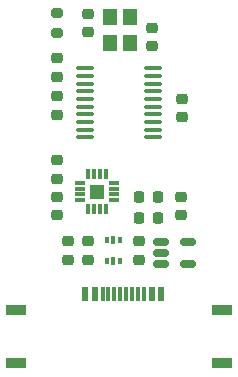
<source format=gtp>
%TF.GenerationSoftware,KiCad,Pcbnew,7.0.8*%
%TF.CreationDate,2024-04-05T01:26:40-03:00*%
%TF.ProjectId,iW-Little,69572d4c-6974-4746-9c65-2e6b69636164,rev?*%
%TF.SameCoordinates,Original*%
%TF.FileFunction,Paste,Top*%
%TF.FilePolarity,Positive*%
%FSLAX46Y46*%
G04 Gerber Fmt 4.6, Leading zero omitted, Abs format (unit mm)*
G04 Created by KiCad (PCBNEW 7.0.8) date 2024-04-05 01:26:40*
%MOMM*%
%LPD*%
G01*
G04 APERTURE LIST*
G04 Aperture macros list*
%AMRoundRect*
0 Rectangle with rounded corners*
0 $1 Rounding radius*
0 $2 $3 $4 $5 $6 $7 $8 $9 X,Y pos of 4 corners*
0 Add a 4 corners polygon primitive as box body*
4,1,4,$2,$3,$4,$5,$6,$7,$8,$9,$2,$3,0*
0 Add four circle primitives for the rounded corners*
1,1,$1+$1,$2,$3*
1,1,$1+$1,$4,$5*
1,1,$1+$1,$6,$7*
1,1,$1+$1,$8,$9*
0 Add four rect primitives between the rounded corners*
20,1,$1+$1,$2,$3,$4,$5,0*
20,1,$1+$1,$4,$5,$6,$7,0*
20,1,$1+$1,$6,$7,$8,$9,0*
20,1,$1+$1,$8,$9,$2,$3,0*%
G04 Aperture macros list end*
%ADD10C,0.010000*%
%ADD11RoundRect,0.011200X-0.408800X-0.128800X0.408800X-0.128800X0.408800X0.128800X-0.408800X0.128800X0*%
%ADD12RoundRect,0.028000X-0.112000X-0.392000X0.112000X-0.392000X0.112000X0.392000X-0.112000X0.392000X0*%
%ADD13RoundRect,0.225000X-0.250000X0.225000X-0.250000X-0.225000X0.250000X-0.225000X0.250000X0.225000X0*%
%ADD14R,1.200000X1.400000*%
%ADD15RoundRect,0.150000X-0.512500X-0.150000X0.512500X-0.150000X0.512500X0.150000X-0.512500X0.150000X0*%
%ADD16RoundRect,0.225000X0.250000X-0.225000X0.250000X0.225000X-0.250000X0.225000X-0.250000X-0.225000X0*%
%ADD17R,0.600000X1.160000*%
%ADD18R,0.300000X1.160000*%
%ADD19RoundRect,0.225000X0.225000X0.250000X-0.225000X0.250000X-0.225000X-0.250000X0.225000X-0.250000X0*%
%ADD20RoundRect,0.218750X0.256250X-0.218750X0.256250X0.218750X-0.256250X0.218750X-0.256250X-0.218750X0*%
%ADD21RoundRect,0.200000X0.275000X-0.200000X0.275000X0.200000X-0.275000X0.200000X-0.275000X-0.200000X0*%
%ADD22RoundRect,0.100000X-0.637500X-0.100000X0.637500X-0.100000X0.637500X0.100000X-0.637500X0.100000X0*%
%ADD23R,1.700000X0.900000*%
%ADD24R,0.375000X0.500000*%
%ADD25R,0.300000X0.650000*%
G04 APERTURE END LIST*
D10*
X140395000Y-84295000D02*
X139315000Y-84295000D01*
X139315000Y-83215000D01*
X140395000Y-83215000D01*
X140395000Y-84295000D01*
G36*
X140395000Y-84295000D02*
G01*
X139315000Y-84295000D01*
X139315000Y-83215000D01*
X140395000Y-83215000D01*
X140395000Y-84295000D01*
G37*
D11*
X138410000Y-83005000D03*
X138410000Y-83505000D03*
X138410000Y-84005000D03*
X138410000Y-84505000D03*
D12*
X139105000Y-85200000D03*
X139605000Y-85200000D03*
X140105000Y-85200000D03*
X140605000Y-85200000D03*
D11*
X141300000Y-84505000D03*
X141300000Y-84005000D03*
X141300000Y-83505000D03*
X141300000Y-83005000D03*
D12*
X140605000Y-82310000D03*
X140105000Y-82310000D03*
X139605000Y-82310000D03*
X139105000Y-82310000D03*
D13*
X143400000Y-87975000D03*
X143400000Y-89525000D03*
X136500000Y-81125000D03*
X136500000Y-82675000D03*
D14*
X140950000Y-69000000D03*
X140950000Y-71200000D03*
X142650000Y-71200000D03*
X142650000Y-69000000D03*
D15*
X145312500Y-88000000D03*
X145312500Y-88950000D03*
X145312500Y-89900000D03*
X147587500Y-89900000D03*
X147587500Y-88000000D03*
D16*
X136500000Y-74025000D03*
X136500000Y-72475000D03*
D17*
X138903950Y-92440000D03*
X139703950Y-92440000D03*
D18*
X140853950Y-92440000D03*
X141853950Y-92440000D03*
X142353950Y-92440000D03*
X143353950Y-92440000D03*
D17*
X144503950Y-92440000D03*
X145303950Y-92440000D03*
X145303950Y-92440000D03*
X144503950Y-92440000D03*
D18*
X143853950Y-92440000D03*
X142853950Y-92440000D03*
X141353950Y-92440000D03*
X140353950Y-92440000D03*
D17*
X139703950Y-92440000D03*
X138903950Y-92440000D03*
D19*
X145025000Y-84250000D03*
X143475000Y-84250000D03*
D13*
X139100000Y-87975000D03*
X139100000Y-89525000D03*
D20*
X136500000Y-77275000D03*
X136500000Y-75700000D03*
D19*
X145025000Y-86000000D03*
X143475000Y-86000000D03*
D21*
X136500000Y-70325000D03*
X136500000Y-68675000D03*
D22*
X138887500Y-73325000D03*
X138887500Y-73975000D03*
X138887500Y-74625000D03*
X138887500Y-75275000D03*
X138887500Y-75925000D03*
X138887500Y-76575000D03*
X138887500Y-77225000D03*
X138887500Y-77875000D03*
X138887500Y-78525000D03*
X138887500Y-79175000D03*
X144612500Y-79175000D03*
X144612500Y-78525000D03*
X144612500Y-77875000D03*
X144612500Y-77225000D03*
X144612500Y-76575000D03*
X144612500Y-75925000D03*
X144612500Y-75275000D03*
X144612500Y-74625000D03*
X144612500Y-73975000D03*
X144612500Y-73325000D03*
D16*
X147050000Y-77475000D03*
X147050000Y-75925000D03*
D23*
X150500000Y-93750000D03*
X150500000Y-98250000D03*
D16*
X147000000Y-85775000D03*
X147000000Y-84225000D03*
D23*
X133000000Y-98250000D03*
X133000000Y-93750000D03*
D16*
X137400000Y-89525000D03*
X137400000Y-87975000D03*
D24*
X141787500Y-87900000D03*
D25*
X141250000Y-87825000D03*
D24*
X140712500Y-87900000D03*
X140712500Y-89600000D03*
D25*
X141250000Y-89675000D03*
D24*
X141787500Y-89600000D03*
D13*
X139100000Y-68725000D03*
X139100000Y-70275000D03*
D16*
X144500000Y-71475000D03*
X144500000Y-69925000D03*
X136500000Y-85775000D03*
X136500000Y-84225000D03*
M02*

</source>
